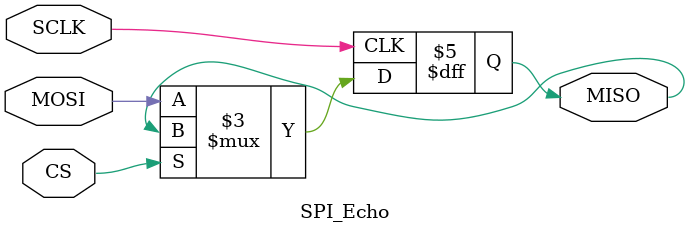
<source format=v>
`timescale 1ns / 1ps
module SPI_Echo(
    input wire MOSI,
    output reg MISO,
    input SCLK,
    input CS
    );

    always @(posedge SCLK) begin
        // Only do SPI stuff is chip select (CS) is low
        if (!CS) begin
            MISO <= MOSI; // Echo bits received by the master
        end
    end

endmodule

</source>
